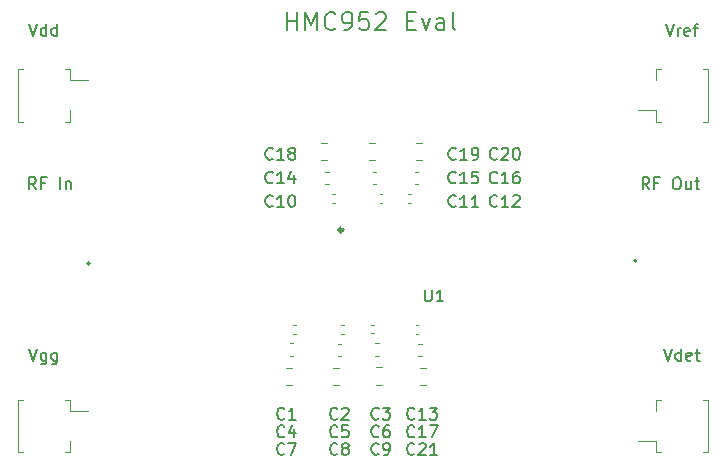
<source format=gto>
%TF.GenerationSoftware,KiCad,Pcbnew,(6.0.1)*%
%TF.CreationDate,2022-03-22T15:32:48+01:00*%
%TF.ProjectId,HMC952_TestBoard,484d4339-3532-45f5-9465-7374426f6172,rev?*%
%TF.SameCoordinates,Original*%
%TF.FileFunction,Legend,Top*%
%TF.FilePolarity,Positive*%
%FSLAX46Y46*%
G04 Gerber Fmt 4.6, Leading zero omitted, Abs format (unit mm)*
G04 Created by KiCad (PCBNEW (6.0.1)) date 2022-03-22 15:32:48*
%MOMM*%
%LPD*%
G01*
G04 APERTURE LIST*
%ADD10C,0.150000*%
%ADD11C,0.200000*%
%ADD12C,0.120000*%
%ADD13C,0.325000*%
G04 APERTURE END LIST*
D10*
X108309523Y-86952380D02*
X107976190Y-86476190D01*
X107738095Y-86952380D02*
X107738095Y-85952380D01*
X108119047Y-85952380D01*
X108214285Y-86000000D01*
X108261904Y-86047619D01*
X108309523Y-86142857D01*
X108309523Y-86285714D01*
X108261904Y-86380952D01*
X108214285Y-86428571D01*
X108119047Y-86476190D01*
X107738095Y-86476190D01*
X109071428Y-86428571D02*
X108738095Y-86428571D01*
X108738095Y-86952380D02*
X108738095Y-85952380D01*
X109214285Y-85952380D01*
X110357142Y-86952380D02*
X110357142Y-85952380D01*
X110833333Y-86285714D02*
X110833333Y-86952380D01*
X110833333Y-86380952D02*
X110880952Y-86333333D01*
X110976190Y-86285714D01*
X111119047Y-86285714D01*
X111214285Y-86333333D01*
X111261904Y-86428571D01*
X111261904Y-86952380D01*
D11*
X129528571Y-73478571D02*
X129528571Y-71978571D01*
X129528571Y-72692857D02*
X130385714Y-72692857D01*
X130385714Y-73478571D02*
X130385714Y-71978571D01*
X131100000Y-73478571D02*
X131100000Y-71978571D01*
X131600000Y-73050000D01*
X132100000Y-71978571D01*
X132100000Y-73478571D01*
X133671428Y-73335714D02*
X133600000Y-73407142D01*
X133385714Y-73478571D01*
X133242857Y-73478571D01*
X133028571Y-73407142D01*
X132885714Y-73264285D01*
X132814285Y-73121428D01*
X132742857Y-72835714D01*
X132742857Y-72621428D01*
X132814285Y-72335714D01*
X132885714Y-72192857D01*
X133028571Y-72050000D01*
X133242857Y-71978571D01*
X133385714Y-71978571D01*
X133600000Y-72050000D01*
X133671428Y-72121428D01*
X134385714Y-73478571D02*
X134671428Y-73478571D01*
X134814285Y-73407142D01*
X134885714Y-73335714D01*
X135028571Y-73121428D01*
X135100000Y-72835714D01*
X135100000Y-72264285D01*
X135028571Y-72121428D01*
X134957142Y-72050000D01*
X134814285Y-71978571D01*
X134528571Y-71978571D01*
X134385714Y-72050000D01*
X134314285Y-72121428D01*
X134242857Y-72264285D01*
X134242857Y-72621428D01*
X134314285Y-72764285D01*
X134385714Y-72835714D01*
X134528571Y-72907142D01*
X134814285Y-72907142D01*
X134957142Y-72835714D01*
X135028571Y-72764285D01*
X135100000Y-72621428D01*
X136457142Y-71978571D02*
X135742857Y-71978571D01*
X135671428Y-72692857D01*
X135742857Y-72621428D01*
X135885714Y-72550000D01*
X136242857Y-72550000D01*
X136385714Y-72621428D01*
X136457142Y-72692857D01*
X136528571Y-72835714D01*
X136528571Y-73192857D01*
X136457142Y-73335714D01*
X136385714Y-73407142D01*
X136242857Y-73478571D01*
X135885714Y-73478571D01*
X135742857Y-73407142D01*
X135671428Y-73335714D01*
X137100000Y-72121428D02*
X137171428Y-72050000D01*
X137314285Y-71978571D01*
X137671428Y-71978571D01*
X137814285Y-72050000D01*
X137885714Y-72121428D01*
X137957142Y-72264285D01*
X137957142Y-72407142D01*
X137885714Y-72621428D01*
X137028571Y-73478571D01*
X137957142Y-73478571D01*
X139742857Y-72692857D02*
X140242857Y-72692857D01*
X140457142Y-73478571D02*
X139742857Y-73478571D01*
X139742857Y-71978571D01*
X140457142Y-71978571D01*
X140957142Y-72478571D02*
X141314285Y-73478571D01*
X141671428Y-72478571D01*
X142885714Y-73478571D02*
X142885714Y-72692857D01*
X142814285Y-72550000D01*
X142671428Y-72478571D01*
X142385714Y-72478571D01*
X142242857Y-72550000D01*
X142885714Y-73407142D02*
X142742857Y-73478571D01*
X142385714Y-73478571D01*
X142242857Y-73407142D01*
X142171428Y-73264285D01*
X142171428Y-73121428D01*
X142242857Y-72978571D01*
X142385714Y-72907142D01*
X142742857Y-72907142D01*
X142885714Y-72835714D01*
X143814285Y-73478571D02*
X143671428Y-73407142D01*
X143600000Y-73264285D01*
X143600000Y-71978571D01*
D10*
X107761904Y-72952380D02*
X108095238Y-73952380D01*
X108428571Y-72952380D01*
X109190476Y-73952380D02*
X109190476Y-72952380D01*
X109190476Y-73904761D02*
X109095238Y-73952380D01*
X108904761Y-73952380D01*
X108809523Y-73904761D01*
X108761904Y-73857142D01*
X108714285Y-73761904D01*
X108714285Y-73476190D01*
X108761904Y-73380952D01*
X108809523Y-73333333D01*
X108904761Y-73285714D01*
X109095238Y-73285714D01*
X109190476Y-73333333D01*
X110095238Y-73952380D02*
X110095238Y-72952380D01*
X110095238Y-73904761D02*
X110000000Y-73952380D01*
X109809523Y-73952380D01*
X109714285Y-73904761D01*
X109666666Y-73857142D01*
X109619047Y-73761904D01*
X109619047Y-73476190D01*
X109666666Y-73380952D01*
X109714285Y-73333333D01*
X109809523Y-73285714D01*
X110000000Y-73285714D01*
X110095238Y-73333333D01*
X107761904Y-100452380D02*
X108095238Y-101452380D01*
X108428571Y-100452380D01*
X109190476Y-100785714D02*
X109190476Y-101595238D01*
X109142857Y-101690476D01*
X109095238Y-101738095D01*
X109000000Y-101785714D01*
X108857142Y-101785714D01*
X108761904Y-101738095D01*
X109190476Y-101404761D02*
X109095238Y-101452380D01*
X108904761Y-101452380D01*
X108809523Y-101404761D01*
X108761904Y-101357142D01*
X108714285Y-101261904D01*
X108714285Y-100976190D01*
X108761904Y-100880952D01*
X108809523Y-100833333D01*
X108904761Y-100785714D01*
X109095238Y-100785714D01*
X109190476Y-100833333D01*
X110095238Y-100785714D02*
X110095238Y-101595238D01*
X110047619Y-101690476D01*
X110000000Y-101738095D01*
X109904761Y-101785714D01*
X109761904Y-101785714D01*
X109666666Y-101738095D01*
X110095238Y-101404761D02*
X110000000Y-101452380D01*
X109809523Y-101452380D01*
X109714285Y-101404761D01*
X109666666Y-101357142D01*
X109619047Y-101261904D01*
X109619047Y-100976190D01*
X109666666Y-100880952D01*
X109714285Y-100833333D01*
X109809523Y-100785714D01*
X110000000Y-100785714D01*
X110095238Y-100833333D01*
X161642857Y-72952380D02*
X161976190Y-73952380D01*
X162309523Y-72952380D01*
X162642857Y-73952380D02*
X162642857Y-73285714D01*
X162642857Y-73476190D02*
X162690476Y-73380952D01*
X162738095Y-73333333D01*
X162833333Y-73285714D01*
X162928571Y-73285714D01*
X163642857Y-73904761D02*
X163547619Y-73952380D01*
X163357142Y-73952380D01*
X163261904Y-73904761D01*
X163214285Y-73809523D01*
X163214285Y-73428571D01*
X163261904Y-73333333D01*
X163357142Y-73285714D01*
X163547619Y-73285714D01*
X163642857Y-73333333D01*
X163690476Y-73428571D01*
X163690476Y-73523809D01*
X163214285Y-73619047D01*
X163976190Y-73285714D02*
X164357142Y-73285714D01*
X164119047Y-73952380D02*
X164119047Y-73095238D01*
X164166666Y-73000000D01*
X164261904Y-72952380D01*
X164357142Y-72952380D01*
X160238095Y-86952380D02*
X159904761Y-86476190D01*
X159666666Y-86952380D02*
X159666666Y-85952380D01*
X160047619Y-85952380D01*
X160142857Y-86000000D01*
X160190476Y-86047619D01*
X160238095Y-86142857D01*
X160238095Y-86285714D01*
X160190476Y-86380952D01*
X160142857Y-86428571D01*
X160047619Y-86476190D01*
X159666666Y-86476190D01*
X161000000Y-86428571D02*
X160666666Y-86428571D01*
X160666666Y-86952380D02*
X160666666Y-85952380D01*
X161142857Y-85952380D01*
X162476190Y-85952380D02*
X162666666Y-85952380D01*
X162761904Y-86000000D01*
X162857142Y-86095238D01*
X162904761Y-86285714D01*
X162904761Y-86619047D01*
X162857142Y-86809523D01*
X162761904Y-86904761D01*
X162666666Y-86952380D01*
X162476190Y-86952380D01*
X162380952Y-86904761D01*
X162285714Y-86809523D01*
X162238095Y-86619047D01*
X162238095Y-86285714D01*
X162285714Y-86095238D01*
X162380952Y-86000000D01*
X162476190Y-85952380D01*
X163761904Y-86285714D02*
X163761904Y-86952380D01*
X163333333Y-86285714D02*
X163333333Y-86809523D01*
X163380952Y-86904761D01*
X163476190Y-86952380D01*
X163619047Y-86952380D01*
X163714285Y-86904761D01*
X163761904Y-86857142D01*
X164095238Y-86285714D02*
X164476190Y-86285714D01*
X164238095Y-85952380D02*
X164238095Y-86809523D01*
X164285714Y-86904761D01*
X164380952Y-86952380D01*
X164476190Y-86952380D01*
X161500000Y-100452380D02*
X161833333Y-101452380D01*
X162166666Y-100452380D01*
X162928571Y-101452380D02*
X162928571Y-100452380D01*
X162928571Y-101404761D02*
X162833333Y-101452380D01*
X162642857Y-101452380D01*
X162547619Y-101404761D01*
X162500000Y-101357142D01*
X162452380Y-101261904D01*
X162452380Y-100976190D01*
X162500000Y-100880952D01*
X162547619Y-100833333D01*
X162642857Y-100785714D01*
X162833333Y-100785714D01*
X162928571Y-100833333D01*
X163785714Y-101404761D02*
X163690476Y-101452380D01*
X163500000Y-101452380D01*
X163404761Y-101404761D01*
X163357142Y-101309523D01*
X163357142Y-100928571D01*
X163404761Y-100833333D01*
X163500000Y-100785714D01*
X163690476Y-100785714D01*
X163785714Y-100833333D01*
X163833333Y-100928571D01*
X163833333Y-101023809D01*
X163357142Y-101119047D01*
X164119047Y-100785714D02*
X164500000Y-100785714D01*
X164261904Y-100452380D02*
X164261904Y-101309523D01*
X164309523Y-101404761D01*
X164404761Y-101452380D01*
X164500000Y-101452380D01*
%TO.C,C16*%
X147357142Y-86357142D02*
X147309523Y-86404761D01*
X147166666Y-86452380D01*
X147071428Y-86452380D01*
X146928571Y-86404761D01*
X146833333Y-86309523D01*
X146785714Y-86214285D01*
X146738095Y-86023809D01*
X146738095Y-85880952D01*
X146785714Y-85690476D01*
X146833333Y-85595238D01*
X146928571Y-85500000D01*
X147071428Y-85452380D01*
X147166666Y-85452380D01*
X147309523Y-85500000D01*
X147357142Y-85547619D01*
X148309523Y-86452380D02*
X147738095Y-86452380D01*
X148023809Y-86452380D02*
X148023809Y-85452380D01*
X147928571Y-85595238D01*
X147833333Y-85690476D01*
X147738095Y-85738095D01*
X149166666Y-85452380D02*
X148976190Y-85452380D01*
X148880952Y-85500000D01*
X148833333Y-85547619D01*
X148738095Y-85690476D01*
X148690476Y-85880952D01*
X148690476Y-86261904D01*
X148738095Y-86357142D01*
X148785714Y-86404761D01*
X148880952Y-86452380D01*
X149071428Y-86452380D01*
X149166666Y-86404761D01*
X149214285Y-86357142D01*
X149261904Y-86261904D01*
X149261904Y-86023809D01*
X149214285Y-85928571D01*
X149166666Y-85880952D01*
X149071428Y-85833333D01*
X148880952Y-85833333D01*
X148785714Y-85880952D01*
X148738095Y-85928571D01*
X148690476Y-86023809D01*
%TO.C,C3*%
X137333333Y-106357142D02*
X137285714Y-106404761D01*
X137142857Y-106452380D01*
X137047619Y-106452380D01*
X136904761Y-106404761D01*
X136809523Y-106309523D01*
X136761904Y-106214285D01*
X136714285Y-106023809D01*
X136714285Y-105880952D01*
X136761904Y-105690476D01*
X136809523Y-105595238D01*
X136904761Y-105500000D01*
X137047619Y-105452380D01*
X137142857Y-105452380D01*
X137285714Y-105500000D01*
X137333333Y-105547619D01*
X137666666Y-105452380D02*
X138285714Y-105452380D01*
X137952380Y-105833333D01*
X138095238Y-105833333D01*
X138190476Y-105880952D01*
X138238095Y-105928571D01*
X138285714Y-106023809D01*
X138285714Y-106261904D01*
X138238095Y-106357142D01*
X138190476Y-106404761D01*
X138095238Y-106452380D01*
X137809523Y-106452380D01*
X137714285Y-106404761D01*
X137666666Y-106357142D01*
%TO.C,C7*%
X129333333Y-109357142D02*
X129285714Y-109404761D01*
X129142857Y-109452380D01*
X129047619Y-109452380D01*
X128904761Y-109404761D01*
X128809523Y-109309523D01*
X128761904Y-109214285D01*
X128714285Y-109023809D01*
X128714285Y-108880952D01*
X128761904Y-108690476D01*
X128809523Y-108595238D01*
X128904761Y-108500000D01*
X129047619Y-108452380D01*
X129142857Y-108452380D01*
X129285714Y-108500000D01*
X129333333Y-108547619D01*
X129666666Y-108452380D02*
X130333333Y-108452380D01*
X129904761Y-109452380D01*
%TO.C,C1*%
X129333333Y-106357142D02*
X129285714Y-106404761D01*
X129142857Y-106452380D01*
X129047619Y-106452380D01*
X128904761Y-106404761D01*
X128809523Y-106309523D01*
X128761904Y-106214285D01*
X128714285Y-106023809D01*
X128714285Y-105880952D01*
X128761904Y-105690476D01*
X128809523Y-105595238D01*
X128904761Y-105500000D01*
X129047619Y-105452380D01*
X129142857Y-105452380D01*
X129285714Y-105500000D01*
X129333333Y-105547619D01*
X130285714Y-106452380D02*
X129714285Y-106452380D01*
X130000000Y-106452380D02*
X130000000Y-105452380D01*
X129904761Y-105595238D01*
X129809523Y-105690476D01*
X129714285Y-105738095D01*
%TO.C,C5*%
X133833333Y-107857142D02*
X133785714Y-107904761D01*
X133642857Y-107952380D01*
X133547619Y-107952380D01*
X133404761Y-107904761D01*
X133309523Y-107809523D01*
X133261904Y-107714285D01*
X133214285Y-107523809D01*
X133214285Y-107380952D01*
X133261904Y-107190476D01*
X133309523Y-107095238D01*
X133404761Y-107000000D01*
X133547619Y-106952380D01*
X133642857Y-106952380D01*
X133785714Y-107000000D01*
X133833333Y-107047619D01*
X134738095Y-106952380D02*
X134261904Y-106952380D01*
X134214285Y-107428571D01*
X134261904Y-107380952D01*
X134357142Y-107333333D01*
X134595238Y-107333333D01*
X134690476Y-107380952D01*
X134738095Y-107428571D01*
X134785714Y-107523809D01*
X134785714Y-107761904D01*
X134738095Y-107857142D01*
X134690476Y-107904761D01*
X134595238Y-107952380D01*
X134357142Y-107952380D01*
X134261904Y-107904761D01*
X134214285Y-107857142D01*
%TO.C,C18*%
X128357142Y-84357142D02*
X128309523Y-84404761D01*
X128166666Y-84452380D01*
X128071428Y-84452380D01*
X127928571Y-84404761D01*
X127833333Y-84309523D01*
X127785714Y-84214285D01*
X127738095Y-84023809D01*
X127738095Y-83880952D01*
X127785714Y-83690476D01*
X127833333Y-83595238D01*
X127928571Y-83500000D01*
X128071428Y-83452380D01*
X128166666Y-83452380D01*
X128309523Y-83500000D01*
X128357142Y-83547619D01*
X129309523Y-84452380D02*
X128738095Y-84452380D01*
X129023809Y-84452380D02*
X129023809Y-83452380D01*
X128928571Y-83595238D01*
X128833333Y-83690476D01*
X128738095Y-83738095D01*
X129880952Y-83880952D02*
X129785714Y-83833333D01*
X129738095Y-83785714D01*
X129690476Y-83690476D01*
X129690476Y-83642857D01*
X129738095Y-83547619D01*
X129785714Y-83500000D01*
X129880952Y-83452380D01*
X130071428Y-83452380D01*
X130166666Y-83500000D01*
X130214285Y-83547619D01*
X130261904Y-83642857D01*
X130261904Y-83690476D01*
X130214285Y-83785714D01*
X130166666Y-83833333D01*
X130071428Y-83880952D01*
X129880952Y-83880952D01*
X129785714Y-83928571D01*
X129738095Y-83976190D01*
X129690476Y-84071428D01*
X129690476Y-84261904D01*
X129738095Y-84357142D01*
X129785714Y-84404761D01*
X129880952Y-84452380D01*
X130071428Y-84452380D01*
X130166666Y-84404761D01*
X130214285Y-84357142D01*
X130261904Y-84261904D01*
X130261904Y-84071428D01*
X130214285Y-83976190D01*
X130166666Y-83928571D01*
X130071428Y-83880952D01*
%TO.C,C10*%
X128357142Y-88357142D02*
X128309523Y-88404761D01*
X128166666Y-88452380D01*
X128071428Y-88452380D01*
X127928571Y-88404761D01*
X127833333Y-88309523D01*
X127785714Y-88214285D01*
X127738095Y-88023809D01*
X127738095Y-87880952D01*
X127785714Y-87690476D01*
X127833333Y-87595238D01*
X127928571Y-87500000D01*
X128071428Y-87452380D01*
X128166666Y-87452380D01*
X128309523Y-87500000D01*
X128357142Y-87547619D01*
X129309523Y-88452380D02*
X128738095Y-88452380D01*
X129023809Y-88452380D02*
X129023809Y-87452380D01*
X128928571Y-87595238D01*
X128833333Y-87690476D01*
X128738095Y-87738095D01*
X129928571Y-87452380D02*
X130023809Y-87452380D01*
X130119047Y-87500000D01*
X130166666Y-87547619D01*
X130214285Y-87642857D01*
X130261904Y-87833333D01*
X130261904Y-88071428D01*
X130214285Y-88261904D01*
X130166666Y-88357142D01*
X130119047Y-88404761D01*
X130023809Y-88452380D01*
X129928571Y-88452380D01*
X129833333Y-88404761D01*
X129785714Y-88357142D01*
X129738095Y-88261904D01*
X129690476Y-88071428D01*
X129690476Y-87833333D01*
X129738095Y-87642857D01*
X129785714Y-87547619D01*
X129833333Y-87500000D01*
X129928571Y-87452380D01*
%TO.C,C19*%
X143857142Y-84357142D02*
X143809523Y-84404761D01*
X143666666Y-84452380D01*
X143571428Y-84452380D01*
X143428571Y-84404761D01*
X143333333Y-84309523D01*
X143285714Y-84214285D01*
X143238095Y-84023809D01*
X143238095Y-83880952D01*
X143285714Y-83690476D01*
X143333333Y-83595238D01*
X143428571Y-83500000D01*
X143571428Y-83452380D01*
X143666666Y-83452380D01*
X143809523Y-83500000D01*
X143857142Y-83547619D01*
X144809523Y-84452380D02*
X144238095Y-84452380D01*
X144523809Y-84452380D02*
X144523809Y-83452380D01*
X144428571Y-83595238D01*
X144333333Y-83690476D01*
X144238095Y-83738095D01*
X145285714Y-84452380D02*
X145476190Y-84452380D01*
X145571428Y-84404761D01*
X145619047Y-84357142D01*
X145714285Y-84214285D01*
X145761904Y-84023809D01*
X145761904Y-83642857D01*
X145714285Y-83547619D01*
X145666666Y-83500000D01*
X145571428Y-83452380D01*
X145380952Y-83452380D01*
X145285714Y-83500000D01*
X145238095Y-83547619D01*
X145190476Y-83642857D01*
X145190476Y-83880952D01*
X145238095Y-83976190D01*
X145285714Y-84023809D01*
X145380952Y-84071428D01*
X145571428Y-84071428D01*
X145666666Y-84023809D01*
X145714285Y-83976190D01*
X145761904Y-83880952D01*
%TO.C,C11*%
X143857142Y-88357142D02*
X143809523Y-88404761D01*
X143666666Y-88452380D01*
X143571428Y-88452380D01*
X143428571Y-88404761D01*
X143333333Y-88309523D01*
X143285714Y-88214285D01*
X143238095Y-88023809D01*
X143238095Y-87880952D01*
X143285714Y-87690476D01*
X143333333Y-87595238D01*
X143428571Y-87500000D01*
X143571428Y-87452380D01*
X143666666Y-87452380D01*
X143809523Y-87500000D01*
X143857142Y-87547619D01*
X144809523Y-88452380D02*
X144238095Y-88452380D01*
X144523809Y-88452380D02*
X144523809Y-87452380D01*
X144428571Y-87595238D01*
X144333333Y-87690476D01*
X144238095Y-87738095D01*
X145761904Y-88452380D02*
X145190476Y-88452380D01*
X145476190Y-88452380D02*
X145476190Y-87452380D01*
X145380952Y-87595238D01*
X145285714Y-87690476D01*
X145190476Y-87738095D01*
%TO.C,C21*%
X140357142Y-109357142D02*
X140309523Y-109404761D01*
X140166666Y-109452380D01*
X140071428Y-109452380D01*
X139928571Y-109404761D01*
X139833333Y-109309523D01*
X139785714Y-109214285D01*
X139738095Y-109023809D01*
X139738095Y-108880952D01*
X139785714Y-108690476D01*
X139833333Y-108595238D01*
X139928571Y-108500000D01*
X140071428Y-108452380D01*
X140166666Y-108452380D01*
X140309523Y-108500000D01*
X140357142Y-108547619D01*
X140738095Y-108547619D02*
X140785714Y-108500000D01*
X140880952Y-108452380D01*
X141119047Y-108452380D01*
X141214285Y-108500000D01*
X141261904Y-108547619D01*
X141309523Y-108642857D01*
X141309523Y-108738095D01*
X141261904Y-108880952D01*
X140690476Y-109452380D01*
X141309523Y-109452380D01*
X142261904Y-109452380D02*
X141690476Y-109452380D01*
X141976190Y-109452380D02*
X141976190Y-108452380D01*
X141880952Y-108595238D01*
X141785714Y-108690476D01*
X141690476Y-108738095D01*
%TO.C,C4*%
X129333333Y-107857142D02*
X129285714Y-107904761D01*
X129142857Y-107952380D01*
X129047619Y-107952380D01*
X128904761Y-107904761D01*
X128809523Y-107809523D01*
X128761904Y-107714285D01*
X128714285Y-107523809D01*
X128714285Y-107380952D01*
X128761904Y-107190476D01*
X128809523Y-107095238D01*
X128904761Y-107000000D01*
X129047619Y-106952380D01*
X129142857Y-106952380D01*
X129285714Y-107000000D01*
X129333333Y-107047619D01*
X130190476Y-107285714D02*
X130190476Y-107952380D01*
X129952380Y-106904761D02*
X129714285Y-107619047D01*
X130333333Y-107619047D01*
%TO.C,C15*%
X143857142Y-86357142D02*
X143809523Y-86404761D01*
X143666666Y-86452380D01*
X143571428Y-86452380D01*
X143428571Y-86404761D01*
X143333333Y-86309523D01*
X143285714Y-86214285D01*
X143238095Y-86023809D01*
X143238095Y-85880952D01*
X143285714Y-85690476D01*
X143333333Y-85595238D01*
X143428571Y-85500000D01*
X143571428Y-85452380D01*
X143666666Y-85452380D01*
X143809523Y-85500000D01*
X143857142Y-85547619D01*
X144809523Y-86452380D02*
X144238095Y-86452380D01*
X144523809Y-86452380D02*
X144523809Y-85452380D01*
X144428571Y-85595238D01*
X144333333Y-85690476D01*
X144238095Y-85738095D01*
X145714285Y-85452380D02*
X145238095Y-85452380D01*
X145190476Y-85928571D01*
X145238095Y-85880952D01*
X145333333Y-85833333D01*
X145571428Y-85833333D01*
X145666666Y-85880952D01*
X145714285Y-85928571D01*
X145761904Y-86023809D01*
X145761904Y-86261904D01*
X145714285Y-86357142D01*
X145666666Y-86404761D01*
X145571428Y-86452380D01*
X145333333Y-86452380D01*
X145238095Y-86404761D01*
X145190476Y-86357142D01*
%TO.C,C20*%
X147357142Y-84357142D02*
X147309523Y-84404761D01*
X147166666Y-84452380D01*
X147071428Y-84452380D01*
X146928571Y-84404761D01*
X146833333Y-84309523D01*
X146785714Y-84214285D01*
X146738095Y-84023809D01*
X146738095Y-83880952D01*
X146785714Y-83690476D01*
X146833333Y-83595238D01*
X146928571Y-83500000D01*
X147071428Y-83452380D01*
X147166666Y-83452380D01*
X147309523Y-83500000D01*
X147357142Y-83547619D01*
X147738095Y-83547619D02*
X147785714Y-83500000D01*
X147880952Y-83452380D01*
X148119047Y-83452380D01*
X148214285Y-83500000D01*
X148261904Y-83547619D01*
X148309523Y-83642857D01*
X148309523Y-83738095D01*
X148261904Y-83880952D01*
X147690476Y-84452380D01*
X148309523Y-84452380D01*
X148928571Y-83452380D02*
X149023809Y-83452380D01*
X149119047Y-83500000D01*
X149166666Y-83547619D01*
X149214285Y-83642857D01*
X149261904Y-83833333D01*
X149261904Y-84071428D01*
X149214285Y-84261904D01*
X149166666Y-84357142D01*
X149119047Y-84404761D01*
X149023809Y-84452380D01*
X148928571Y-84452380D01*
X148833333Y-84404761D01*
X148785714Y-84357142D01*
X148738095Y-84261904D01*
X148690476Y-84071428D01*
X148690476Y-83833333D01*
X148738095Y-83642857D01*
X148785714Y-83547619D01*
X148833333Y-83500000D01*
X148928571Y-83452380D01*
%TO.C,U1*%
X141238095Y-95452380D02*
X141238095Y-96261904D01*
X141285714Y-96357142D01*
X141333333Y-96404761D01*
X141428571Y-96452380D01*
X141619047Y-96452380D01*
X141714285Y-96404761D01*
X141761904Y-96357142D01*
X141809523Y-96261904D01*
X141809523Y-95452380D01*
X142809523Y-96452380D02*
X142238095Y-96452380D01*
X142523809Y-96452380D02*
X142523809Y-95452380D01*
X142428571Y-95595238D01*
X142333333Y-95690476D01*
X142238095Y-95738095D01*
%TO.C,C6*%
X137333333Y-107857142D02*
X137285714Y-107904761D01*
X137142857Y-107952380D01*
X137047619Y-107952380D01*
X136904761Y-107904761D01*
X136809523Y-107809523D01*
X136761904Y-107714285D01*
X136714285Y-107523809D01*
X136714285Y-107380952D01*
X136761904Y-107190476D01*
X136809523Y-107095238D01*
X136904761Y-107000000D01*
X137047619Y-106952380D01*
X137142857Y-106952380D01*
X137285714Y-107000000D01*
X137333333Y-107047619D01*
X138190476Y-106952380D02*
X138000000Y-106952380D01*
X137904761Y-107000000D01*
X137857142Y-107047619D01*
X137761904Y-107190476D01*
X137714285Y-107380952D01*
X137714285Y-107761904D01*
X137761904Y-107857142D01*
X137809523Y-107904761D01*
X137904761Y-107952380D01*
X138095238Y-107952380D01*
X138190476Y-107904761D01*
X138238095Y-107857142D01*
X138285714Y-107761904D01*
X138285714Y-107523809D01*
X138238095Y-107428571D01*
X138190476Y-107380952D01*
X138095238Y-107333333D01*
X137904761Y-107333333D01*
X137809523Y-107380952D01*
X137761904Y-107428571D01*
X137714285Y-107523809D01*
%TO.C,C8*%
X133833333Y-109357142D02*
X133785714Y-109404761D01*
X133642857Y-109452380D01*
X133547619Y-109452380D01*
X133404761Y-109404761D01*
X133309523Y-109309523D01*
X133261904Y-109214285D01*
X133214285Y-109023809D01*
X133214285Y-108880952D01*
X133261904Y-108690476D01*
X133309523Y-108595238D01*
X133404761Y-108500000D01*
X133547619Y-108452380D01*
X133642857Y-108452380D01*
X133785714Y-108500000D01*
X133833333Y-108547619D01*
X134404761Y-108880952D02*
X134309523Y-108833333D01*
X134261904Y-108785714D01*
X134214285Y-108690476D01*
X134214285Y-108642857D01*
X134261904Y-108547619D01*
X134309523Y-108500000D01*
X134404761Y-108452380D01*
X134595238Y-108452380D01*
X134690476Y-108500000D01*
X134738095Y-108547619D01*
X134785714Y-108642857D01*
X134785714Y-108690476D01*
X134738095Y-108785714D01*
X134690476Y-108833333D01*
X134595238Y-108880952D01*
X134404761Y-108880952D01*
X134309523Y-108928571D01*
X134261904Y-108976190D01*
X134214285Y-109071428D01*
X134214285Y-109261904D01*
X134261904Y-109357142D01*
X134309523Y-109404761D01*
X134404761Y-109452380D01*
X134595238Y-109452380D01*
X134690476Y-109404761D01*
X134738095Y-109357142D01*
X134785714Y-109261904D01*
X134785714Y-109071428D01*
X134738095Y-108976190D01*
X134690476Y-108928571D01*
X134595238Y-108880952D01*
%TO.C,C2*%
X133840585Y-106357142D02*
X133792966Y-106404761D01*
X133650109Y-106452380D01*
X133554871Y-106452380D01*
X133412013Y-106404761D01*
X133316775Y-106309523D01*
X133269156Y-106214285D01*
X133221537Y-106023809D01*
X133221537Y-105880952D01*
X133269156Y-105690476D01*
X133316775Y-105595238D01*
X133412013Y-105500000D01*
X133554871Y-105452380D01*
X133650109Y-105452380D01*
X133792966Y-105500000D01*
X133840585Y-105547619D01*
X134221537Y-105547619D02*
X134269156Y-105500000D01*
X134364394Y-105452380D01*
X134602490Y-105452380D01*
X134697728Y-105500000D01*
X134745347Y-105547619D01*
X134792966Y-105642857D01*
X134792966Y-105738095D01*
X134745347Y-105880952D01*
X134173918Y-106452380D01*
X134792966Y-106452380D01*
%TO.C,C13*%
X140357142Y-106357142D02*
X140309523Y-106404761D01*
X140166666Y-106452380D01*
X140071428Y-106452380D01*
X139928571Y-106404761D01*
X139833333Y-106309523D01*
X139785714Y-106214285D01*
X139738095Y-106023809D01*
X139738095Y-105880952D01*
X139785714Y-105690476D01*
X139833333Y-105595238D01*
X139928571Y-105500000D01*
X140071428Y-105452380D01*
X140166666Y-105452380D01*
X140309523Y-105500000D01*
X140357142Y-105547619D01*
X141309523Y-106452380D02*
X140738095Y-106452380D01*
X141023809Y-106452380D02*
X141023809Y-105452380D01*
X140928571Y-105595238D01*
X140833333Y-105690476D01*
X140738095Y-105738095D01*
X141642857Y-105452380D02*
X142261904Y-105452380D01*
X141928571Y-105833333D01*
X142071428Y-105833333D01*
X142166666Y-105880952D01*
X142214285Y-105928571D01*
X142261904Y-106023809D01*
X142261904Y-106261904D01*
X142214285Y-106357142D01*
X142166666Y-106404761D01*
X142071428Y-106452380D01*
X141785714Y-106452380D01*
X141690476Y-106404761D01*
X141642857Y-106357142D01*
%TO.C,C12*%
X147357142Y-88357142D02*
X147309523Y-88404761D01*
X147166666Y-88452380D01*
X147071428Y-88452380D01*
X146928571Y-88404761D01*
X146833333Y-88309523D01*
X146785714Y-88214285D01*
X146738095Y-88023809D01*
X146738095Y-87880952D01*
X146785714Y-87690476D01*
X146833333Y-87595238D01*
X146928571Y-87500000D01*
X147071428Y-87452380D01*
X147166666Y-87452380D01*
X147309523Y-87500000D01*
X147357142Y-87547619D01*
X148309523Y-88452380D02*
X147738095Y-88452380D01*
X148023809Y-88452380D02*
X148023809Y-87452380D01*
X147928571Y-87595238D01*
X147833333Y-87690476D01*
X147738095Y-87738095D01*
X148690476Y-87547619D02*
X148738095Y-87500000D01*
X148833333Y-87452380D01*
X149071428Y-87452380D01*
X149166666Y-87500000D01*
X149214285Y-87547619D01*
X149261904Y-87642857D01*
X149261904Y-87738095D01*
X149214285Y-87880952D01*
X148642857Y-88452380D01*
X149261904Y-88452380D01*
%TO.C,C17*%
X140357142Y-107857142D02*
X140309523Y-107904761D01*
X140166666Y-107952380D01*
X140071428Y-107952380D01*
X139928571Y-107904761D01*
X139833333Y-107809523D01*
X139785714Y-107714285D01*
X139738095Y-107523809D01*
X139738095Y-107380952D01*
X139785714Y-107190476D01*
X139833333Y-107095238D01*
X139928571Y-107000000D01*
X140071428Y-106952380D01*
X140166666Y-106952380D01*
X140309523Y-107000000D01*
X140357142Y-107047619D01*
X141309523Y-107952380D02*
X140738095Y-107952380D01*
X141023809Y-107952380D02*
X141023809Y-106952380D01*
X140928571Y-107095238D01*
X140833333Y-107190476D01*
X140738095Y-107238095D01*
X141642857Y-106952380D02*
X142309523Y-106952380D01*
X141880952Y-107952380D01*
%TO.C,C14*%
X128357142Y-86357142D02*
X128309523Y-86404761D01*
X128166666Y-86452380D01*
X128071428Y-86452380D01*
X127928571Y-86404761D01*
X127833333Y-86309523D01*
X127785714Y-86214285D01*
X127738095Y-86023809D01*
X127738095Y-85880952D01*
X127785714Y-85690476D01*
X127833333Y-85595238D01*
X127928571Y-85500000D01*
X128071428Y-85452380D01*
X128166666Y-85452380D01*
X128309523Y-85500000D01*
X128357142Y-85547619D01*
X129309523Y-86452380D02*
X128738095Y-86452380D01*
X129023809Y-86452380D02*
X129023809Y-85452380D01*
X128928571Y-85595238D01*
X128833333Y-85690476D01*
X128738095Y-85738095D01*
X130166666Y-85785714D02*
X130166666Y-86452380D01*
X129928571Y-85404761D02*
X129690476Y-86119047D01*
X130309523Y-86119047D01*
%TO.C,C9*%
X137333333Y-109357142D02*
X137285714Y-109404761D01*
X137142857Y-109452380D01*
X137047619Y-109452380D01*
X136904761Y-109404761D01*
X136809523Y-109309523D01*
X136761904Y-109214285D01*
X136714285Y-109023809D01*
X136714285Y-108880952D01*
X136761904Y-108690476D01*
X136809523Y-108595238D01*
X136904761Y-108500000D01*
X137047619Y-108452380D01*
X137142857Y-108452380D01*
X137285714Y-108500000D01*
X137333333Y-108547619D01*
X137809523Y-109452380D02*
X138000000Y-109452380D01*
X138095238Y-109404761D01*
X138142857Y-109357142D01*
X138238095Y-109214285D01*
X138285714Y-109023809D01*
X138285714Y-108642857D01*
X138238095Y-108547619D01*
X138190476Y-108500000D01*
X138095238Y-108452380D01*
X137904761Y-108452380D01*
X137809523Y-108500000D01*
X137761904Y-108547619D01*
X137714285Y-108642857D01*
X137714285Y-108880952D01*
X137761904Y-108976190D01*
X137809523Y-109023809D01*
X137904761Y-109071428D01*
X138095238Y-109071428D01*
X138190476Y-109023809D01*
X138238095Y-108976190D01*
X138285714Y-108880952D01*
D12*
%TO.C,C16*%
X140665580Y-86520000D02*
X140384420Y-86520000D01*
X140665580Y-85500000D02*
X140384420Y-85500000D01*
%TO.C,C3*%
X136921836Y-99132000D02*
X136706164Y-99132000D01*
X136921836Y-98412000D02*
X136706164Y-98412000D01*
%TO.C,C7*%
X129506748Y-102073000D02*
X130029252Y-102073000D01*
X129506748Y-103543000D02*
X130029252Y-103543000D01*
%TO.C,C1*%
X130102164Y-99168000D02*
X130317836Y-99168000D01*
X130102164Y-98448000D02*
X130317836Y-98448000D01*
%TO.C,C5*%
X133855420Y-100048000D02*
X134136580Y-100048000D01*
X133855420Y-101068000D02*
X134136580Y-101068000D01*
%TO.C,C18*%
X132463748Y-84485000D02*
X132986252Y-84485000D01*
X132463748Y-83015000D02*
X132986252Y-83015000D01*
D11*
%TO.C,J2*%
X159160000Y-93000000D02*
G75*
G03*
X159160000Y-93000000I-100000J0D01*
G01*
D12*
%TO.C,C10*%
X133407164Y-87390000D02*
X133622836Y-87390000D01*
X133407164Y-88110000D02*
X133622836Y-88110000D01*
%TO.C,J3*%
X111210000Y-77715000D02*
X112700000Y-77715000D01*
X110760000Y-81235000D02*
X111210000Y-81235000D01*
X106790000Y-81235000D02*
X107240000Y-81235000D01*
X111210000Y-81235000D02*
X111210000Y-80285000D01*
X106790000Y-76765000D02*
X106790000Y-81235000D01*
X110760000Y-76765000D02*
X111210000Y-76765000D01*
X107240000Y-76765000D02*
X106790000Y-76765000D01*
X111210000Y-76765000D02*
X111210000Y-77715000D01*
D11*
%TO.C,J1*%
X112857500Y-93250000D02*
G75*
G03*
X112857500Y-93250000I-100000J0D01*
G01*
D12*
%TO.C,J4*%
X106790000Y-104765000D02*
X106790000Y-109235000D01*
X110760000Y-104765000D02*
X111210000Y-104765000D01*
X111210000Y-109235000D02*
X111210000Y-108285000D01*
X107240000Y-104765000D02*
X106790000Y-104765000D01*
X110760000Y-109235000D02*
X111210000Y-109235000D01*
X111210000Y-105715000D02*
X112700000Y-105715000D01*
X106790000Y-109235000D02*
X107240000Y-109235000D01*
X111210000Y-104765000D02*
X111210000Y-105715000D01*
%TO.C,C19*%
X136473748Y-83005000D02*
X136996252Y-83005000D01*
X136473748Y-84475000D02*
X136996252Y-84475000D01*
%TO.C,C11*%
X137417164Y-87380000D02*
X137632836Y-87380000D01*
X137417164Y-88100000D02*
X137632836Y-88100000D01*
%TO.C,C21*%
X141339252Y-102073000D02*
X140816748Y-102073000D01*
X141339252Y-103543000D02*
X140816748Y-103543000D01*
%TO.C,C4*%
X129815420Y-100012000D02*
X130096580Y-100012000D01*
X129815420Y-101032000D02*
X130096580Y-101032000D01*
%TO.C,C15*%
X136814420Y-85490000D02*
X137095580Y-85490000D01*
X136814420Y-86510000D02*
X137095580Y-86510000D01*
%TO.C,C20*%
X141006252Y-84485000D02*
X140483748Y-84485000D01*
X141006252Y-83015000D02*
X140483748Y-83015000D01*
D13*
%TO.C,U1*%
X134288000Y-90400000D02*
G75*
G03*
X134288000Y-90400000I-162500J0D01*
G01*
D12*
%TO.C,C6*%
X137335580Y-100012000D02*
X137054420Y-100012000D01*
X137335580Y-101032000D02*
X137054420Y-101032000D01*
%TO.C,C8*%
X133484748Y-103543000D02*
X134007252Y-103543000D01*
X133484748Y-102073000D02*
X134007252Y-102073000D01*
%TO.C,C2*%
X134138164Y-98448000D02*
X134353836Y-98448000D01*
X134138164Y-99168000D02*
X134353836Y-99168000D01*
%TO.C,C13*%
X140685836Y-98448000D02*
X140470164Y-98448000D01*
X140685836Y-99168000D02*
X140470164Y-99168000D01*
%TO.C,J6*%
X160790000Y-76765000D02*
X160790000Y-77715000D01*
X164760000Y-81235000D02*
X165210000Y-81235000D01*
X161240000Y-81235000D02*
X160790000Y-81235000D01*
X160790000Y-81235000D02*
X160790000Y-80285000D01*
X160790000Y-80285000D02*
X159300000Y-80285000D01*
X165210000Y-76765000D02*
X164760000Y-76765000D01*
X165210000Y-81235000D02*
X165210000Y-76765000D01*
X161240000Y-76765000D02*
X160790000Y-76765000D01*
%TO.C,C12*%
X140062836Y-88110000D02*
X139847164Y-88110000D01*
X140062836Y-87390000D02*
X139847164Y-87390000D01*
%TO.C,C17*%
X140968580Y-100038000D02*
X140687420Y-100038000D01*
X140968580Y-101058000D02*
X140687420Y-101058000D01*
%TO.C,C14*%
X132804420Y-86520000D02*
X133085580Y-86520000D01*
X132804420Y-85500000D02*
X133085580Y-85500000D01*
%TO.C,C9*%
X137583252Y-102037000D02*
X137060748Y-102037000D01*
X137583252Y-103507000D02*
X137060748Y-103507000D01*
%TO.C,J5*%
X165210000Y-104765000D02*
X164760000Y-104765000D01*
X165210000Y-109235000D02*
X165210000Y-104765000D01*
X160790000Y-104765000D02*
X160790000Y-105715000D01*
X160790000Y-109235000D02*
X160790000Y-108285000D01*
X161240000Y-109235000D02*
X160790000Y-109235000D01*
X161240000Y-104765000D02*
X160790000Y-104765000D01*
X160790000Y-108285000D02*
X159300000Y-108285000D01*
X164760000Y-109235000D02*
X165210000Y-109235000D01*
%TD*%
M02*

</source>
